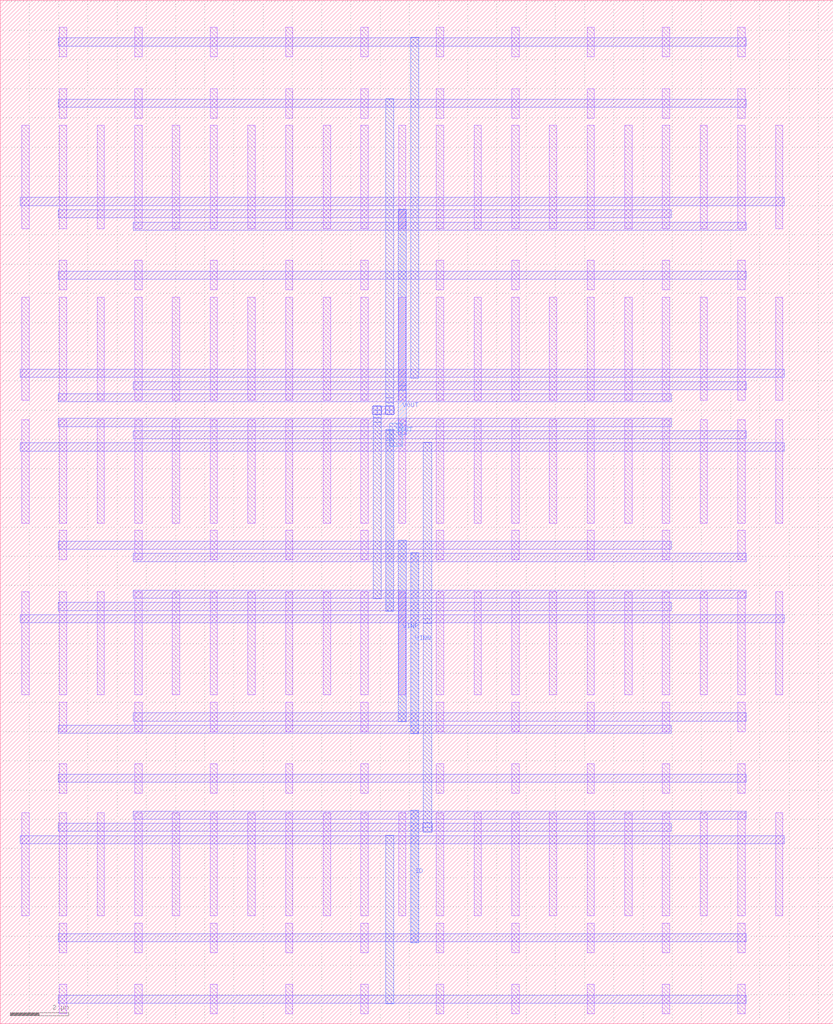
<source format=lef>
MACRO FIVE_TRANSISTOR_OTA
  ORIGIN 0 0 ;
  FOREIGN FIVE_TRANSISTOR_OTA 0 0 ;
  SIZE 28.51 BY 35.03 ;
  PIN ID
    DIRECTION INOUT ;
    USE SIGNAL ;
    PORT 
      LAYER M3 ;
        RECT 14.05 2.78 14.33 7.3 ;
    END
  END ID
  PIN VOUT
    DIRECTION INOUT ;
    USE SIGNAL ;
    PORT 
      LAYER M3 ;
        RECT 13.19 14.12 13.47 20.32 ;
      LAYER M3 ;
        RECT 13.62 21.68 13.9 27.88 ;
      LAYER M3 ;
        RECT 13.19 19.975 13.47 20.345 ;
      LAYER M4 ;
        RECT 13.33 19.76 13.76 20.56 ;
      LAYER M3 ;
        RECT 13.62 20.16 13.9 21.84 ;
    END
  END VOUT
  PIN VINP
    DIRECTION INOUT ;
    USE SIGNAL ;
    PORT 
      LAYER M3 ;
        RECT 13.62 10.34 13.9 16.54 ;
    END
  END VINP
  PIN VINN
    DIRECTION INOUT ;
    USE SIGNAL ;
    PORT 
      LAYER M3 ;
        RECT 14.05 9.92 14.33 16.12 ;
    END
  END VINN
  OBS 
  LAYER M2 ;
        RECT 1.98 6.58 22.96 6.86 ;
  LAYER M3 ;
        RECT 14.48 13.7 14.76 19.9 ;
  LAYER M2 ;
        RECT 14.46 6.58 14.78 6.86 ;
  LAYER M3 ;
        RECT 14.48 6.72 14.76 13.86 ;
  LAYER M2 ;
        RECT 14.46 6.58 14.78 6.86 ;
  LAYER M3 ;
        RECT 14.48 6.56 14.76 6.88 ;
  LAYER M2 ;
        RECT 14.46 6.58 14.78 6.86 ;
  LAYER M3 ;
        RECT 14.48 6.56 14.76 6.88 ;
  LAYER M3 ;
        RECT 12.76 14.54 13.04 20.74 ;
  LAYER M3 ;
        RECT 13.19 21.26 13.47 31.66 ;
  LAYER M3 ;
        RECT 12.76 20.58 13.04 21 ;
  LAYER M2 ;
        RECT 12.9 20.86 13.33 21.14 ;
  LAYER M3 ;
        RECT 13.19 21 13.47 21.42 ;
  LAYER M2 ;
        RECT 12.74 20.86 13.06 21.14 ;
  LAYER M3 ;
        RECT 12.76 20.84 13.04 21.16 ;
  LAYER M2 ;
        RECT 13.17 20.86 13.49 21.14 ;
  LAYER M3 ;
        RECT 13.19 20.84 13.47 21.16 ;
  LAYER M2 ;
        RECT 12.74 20.86 13.06 21.14 ;
  LAYER M3 ;
        RECT 12.76 20.84 13.04 21.16 ;
  LAYER M2 ;
        RECT 13.17 20.86 13.49 21.14 ;
  LAYER M3 ;
        RECT 13.19 20.84 13.47 21.16 ;
  LAYER M1 ;
        RECT 25.245 3.695 25.495 7.225 ;
  LAYER M1 ;
        RECT 25.245 2.435 25.495 3.445 ;
  LAYER M1 ;
        RECT 25.245 0.335 25.495 1.345 ;
  LAYER M1 ;
        RECT 26.535 3.695 26.785 7.225 ;
  LAYER M1 ;
        RECT 23.955 3.695 24.205 7.225 ;
  LAYER M1 ;
        RECT 22.665 3.695 22.915 7.225 ;
  LAYER M1 ;
        RECT 22.665 2.435 22.915 3.445 ;
  LAYER M1 ;
        RECT 22.665 0.335 22.915 1.345 ;
  LAYER M1 ;
        RECT 21.375 3.695 21.625 7.225 ;
  LAYER M1 ;
        RECT 20.085 3.695 20.335 7.225 ;
  LAYER M1 ;
        RECT 20.085 2.435 20.335 3.445 ;
  LAYER M1 ;
        RECT 20.085 0.335 20.335 1.345 ;
  LAYER M1 ;
        RECT 18.795 3.695 19.045 7.225 ;
  LAYER M1 ;
        RECT 17.505 3.695 17.755 7.225 ;
  LAYER M1 ;
        RECT 17.505 2.435 17.755 3.445 ;
  LAYER M1 ;
        RECT 17.505 0.335 17.755 1.345 ;
  LAYER M1 ;
        RECT 16.215 3.695 16.465 7.225 ;
  LAYER M1 ;
        RECT 14.925 3.695 15.175 7.225 ;
  LAYER M1 ;
        RECT 14.925 2.435 15.175 3.445 ;
  LAYER M1 ;
        RECT 14.925 0.335 15.175 1.345 ;
  LAYER M1 ;
        RECT 13.635 3.695 13.885 7.225 ;
  LAYER M1 ;
        RECT 12.345 3.695 12.595 7.225 ;
  LAYER M1 ;
        RECT 12.345 2.435 12.595 3.445 ;
  LAYER M1 ;
        RECT 12.345 0.335 12.595 1.345 ;
  LAYER M1 ;
        RECT 11.055 3.695 11.305 7.225 ;
  LAYER M1 ;
        RECT 9.765 3.695 10.015 7.225 ;
  LAYER M1 ;
        RECT 9.765 2.435 10.015 3.445 ;
  LAYER M1 ;
        RECT 9.765 0.335 10.015 1.345 ;
  LAYER M1 ;
        RECT 8.475 3.695 8.725 7.225 ;
  LAYER M1 ;
        RECT 7.185 3.695 7.435 7.225 ;
  LAYER M1 ;
        RECT 7.185 2.435 7.435 3.445 ;
  LAYER M1 ;
        RECT 7.185 0.335 7.435 1.345 ;
  LAYER M1 ;
        RECT 5.895 3.695 6.145 7.225 ;
  LAYER M1 ;
        RECT 4.605 3.695 4.855 7.225 ;
  LAYER M1 ;
        RECT 4.605 2.435 4.855 3.445 ;
  LAYER M1 ;
        RECT 4.605 0.335 4.855 1.345 ;
  LAYER M1 ;
        RECT 3.315 3.695 3.565 7.225 ;
  LAYER M1 ;
        RECT 2.025 3.695 2.275 7.225 ;
  LAYER M1 ;
        RECT 2.025 2.435 2.275 3.445 ;
  LAYER M1 ;
        RECT 2.025 0.335 2.275 1.345 ;
  LAYER M1 ;
        RECT 0.735 3.695 0.985 7.225 ;
  LAYER M2 ;
        RECT 1.98 2.8 25.54 3.08 ;
  LAYER M2 ;
        RECT 4.56 7 25.54 7.28 ;
  LAYER M2 ;
        RECT 0.69 6.16 26.83 6.44 ;
  LAYER M2 ;
        RECT 1.98 0.7 25.54 0.98 ;
  LAYER M3 ;
        RECT 14.05 2.78 14.33 7.3 ;
  LAYER M2 ;
        RECT 1.98 6.58 22.96 6.86 ;
  LAYER M3 ;
        RECT 13.19 0.68 13.47 6.46 ;
  LAYER M1 ;
        RECT 2.025 21.335 2.275 24.865 ;
  LAYER M1 ;
        RECT 2.025 25.115 2.275 26.125 ;
  LAYER M1 ;
        RECT 2.025 27.215 2.275 30.745 ;
  LAYER M1 ;
        RECT 2.025 30.995 2.275 32.005 ;
  LAYER M1 ;
        RECT 2.025 33.095 2.275 34.105 ;
  LAYER M1 ;
        RECT 0.735 21.335 0.985 24.865 ;
  LAYER M1 ;
        RECT 0.735 27.215 0.985 30.745 ;
  LAYER M1 ;
        RECT 3.315 21.335 3.565 24.865 ;
  LAYER M1 ;
        RECT 3.315 27.215 3.565 30.745 ;
  LAYER M1 ;
        RECT 4.605 21.335 4.855 24.865 ;
  LAYER M1 ;
        RECT 4.605 25.115 4.855 26.125 ;
  LAYER M1 ;
        RECT 4.605 27.215 4.855 30.745 ;
  LAYER M1 ;
        RECT 4.605 30.995 4.855 32.005 ;
  LAYER M1 ;
        RECT 4.605 33.095 4.855 34.105 ;
  LAYER M1 ;
        RECT 5.895 21.335 6.145 24.865 ;
  LAYER M1 ;
        RECT 5.895 27.215 6.145 30.745 ;
  LAYER M1 ;
        RECT 7.185 21.335 7.435 24.865 ;
  LAYER M1 ;
        RECT 7.185 25.115 7.435 26.125 ;
  LAYER M1 ;
        RECT 7.185 27.215 7.435 30.745 ;
  LAYER M1 ;
        RECT 7.185 30.995 7.435 32.005 ;
  LAYER M1 ;
        RECT 7.185 33.095 7.435 34.105 ;
  LAYER M1 ;
        RECT 8.475 21.335 8.725 24.865 ;
  LAYER M1 ;
        RECT 8.475 27.215 8.725 30.745 ;
  LAYER M1 ;
        RECT 9.765 21.335 10.015 24.865 ;
  LAYER M1 ;
        RECT 9.765 25.115 10.015 26.125 ;
  LAYER M1 ;
        RECT 9.765 27.215 10.015 30.745 ;
  LAYER M1 ;
        RECT 9.765 30.995 10.015 32.005 ;
  LAYER M1 ;
        RECT 9.765 33.095 10.015 34.105 ;
  LAYER M1 ;
        RECT 11.055 21.335 11.305 24.865 ;
  LAYER M1 ;
        RECT 11.055 27.215 11.305 30.745 ;
  LAYER M1 ;
        RECT 12.345 21.335 12.595 24.865 ;
  LAYER M1 ;
        RECT 12.345 25.115 12.595 26.125 ;
  LAYER M1 ;
        RECT 12.345 27.215 12.595 30.745 ;
  LAYER M1 ;
        RECT 12.345 30.995 12.595 32.005 ;
  LAYER M1 ;
        RECT 12.345 33.095 12.595 34.105 ;
  LAYER M1 ;
        RECT 13.635 21.335 13.885 24.865 ;
  LAYER M1 ;
        RECT 13.635 27.215 13.885 30.745 ;
  LAYER M1 ;
        RECT 14.925 21.335 15.175 24.865 ;
  LAYER M1 ;
        RECT 14.925 25.115 15.175 26.125 ;
  LAYER M1 ;
        RECT 14.925 27.215 15.175 30.745 ;
  LAYER M1 ;
        RECT 14.925 30.995 15.175 32.005 ;
  LAYER M1 ;
        RECT 14.925 33.095 15.175 34.105 ;
  LAYER M1 ;
        RECT 16.215 21.335 16.465 24.865 ;
  LAYER M1 ;
        RECT 16.215 27.215 16.465 30.745 ;
  LAYER M1 ;
        RECT 17.505 21.335 17.755 24.865 ;
  LAYER M1 ;
        RECT 17.505 25.115 17.755 26.125 ;
  LAYER M1 ;
        RECT 17.505 27.215 17.755 30.745 ;
  LAYER M1 ;
        RECT 17.505 30.995 17.755 32.005 ;
  LAYER M1 ;
        RECT 17.505 33.095 17.755 34.105 ;
  LAYER M1 ;
        RECT 18.795 21.335 19.045 24.865 ;
  LAYER M1 ;
        RECT 18.795 27.215 19.045 30.745 ;
  LAYER M1 ;
        RECT 20.085 21.335 20.335 24.865 ;
  LAYER M1 ;
        RECT 20.085 25.115 20.335 26.125 ;
  LAYER M1 ;
        RECT 20.085 27.215 20.335 30.745 ;
  LAYER M1 ;
        RECT 20.085 30.995 20.335 32.005 ;
  LAYER M1 ;
        RECT 20.085 33.095 20.335 34.105 ;
  LAYER M1 ;
        RECT 21.375 21.335 21.625 24.865 ;
  LAYER M1 ;
        RECT 21.375 27.215 21.625 30.745 ;
  LAYER M1 ;
        RECT 22.665 21.335 22.915 24.865 ;
  LAYER M1 ;
        RECT 22.665 25.115 22.915 26.125 ;
  LAYER M1 ;
        RECT 22.665 27.215 22.915 30.745 ;
  LAYER M1 ;
        RECT 22.665 30.995 22.915 32.005 ;
  LAYER M1 ;
        RECT 22.665 33.095 22.915 34.105 ;
  LAYER M1 ;
        RECT 23.955 21.335 24.205 24.865 ;
  LAYER M1 ;
        RECT 23.955 27.215 24.205 30.745 ;
  LAYER M1 ;
        RECT 25.245 21.335 25.495 24.865 ;
  LAYER M1 ;
        RECT 25.245 25.115 25.495 26.125 ;
  LAYER M1 ;
        RECT 25.245 27.215 25.495 30.745 ;
  LAYER M1 ;
        RECT 25.245 30.995 25.495 32.005 ;
  LAYER M1 ;
        RECT 25.245 33.095 25.495 34.105 ;
  LAYER M1 ;
        RECT 26.535 21.335 26.785 24.865 ;
  LAYER M1 ;
        RECT 26.535 27.215 26.785 30.745 ;
  LAYER M2 ;
        RECT 1.98 25.48 25.54 25.76 ;
  LAYER M2 ;
        RECT 1.98 21.28 22.96 21.56 ;
  LAYER M2 ;
        RECT 4.56 21.7 25.54 21.98 ;
  LAYER M2 ;
        RECT 0.69 22.12 26.83 22.4 ;
  LAYER M2 ;
        RECT 1.98 31.36 25.54 31.64 ;
  LAYER M2 ;
        RECT 4.56 27.16 25.54 27.44 ;
  LAYER M2 ;
        RECT 1.98 27.58 22.96 27.86 ;
  LAYER M2 ;
        RECT 0.69 28 26.83 28.28 ;
  LAYER M2 ;
        RECT 1.98 33.46 25.54 33.74 ;
  LAYER M3 ;
        RECT 13.19 21.26 13.47 31.66 ;
  LAYER M3 ;
        RECT 13.62 21.68 13.9 27.88 ;
  LAYER M3 ;
        RECT 14.05 22.1 14.33 33.76 ;
  LAYER M1 ;
        RECT 2.025 17.135 2.275 20.665 ;
  LAYER M1 ;
        RECT 2.025 15.875 2.275 16.885 ;
  LAYER M1 ;
        RECT 2.025 11.255 2.275 14.785 ;
  LAYER M1 ;
        RECT 2.025 9.995 2.275 11.005 ;
  LAYER M1 ;
        RECT 2.025 7.895 2.275 8.905 ;
  LAYER M1 ;
        RECT 0.735 17.135 0.985 20.665 ;
  LAYER M1 ;
        RECT 0.735 11.255 0.985 14.785 ;
  LAYER M1 ;
        RECT 3.315 17.135 3.565 20.665 ;
  LAYER M1 ;
        RECT 3.315 11.255 3.565 14.785 ;
  LAYER M1 ;
        RECT 4.605 17.135 4.855 20.665 ;
  LAYER M1 ;
        RECT 4.605 15.875 4.855 16.885 ;
  LAYER M1 ;
        RECT 4.605 11.255 4.855 14.785 ;
  LAYER M1 ;
        RECT 4.605 9.995 4.855 11.005 ;
  LAYER M1 ;
        RECT 4.605 7.895 4.855 8.905 ;
  LAYER M1 ;
        RECT 5.895 17.135 6.145 20.665 ;
  LAYER M1 ;
        RECT 5.895 11.255 6.145 14.785 ;
  LAYER M1 ;
        RECT 7.185 17.135 7.435 20.665 ;
  LAYER M1 ;
        RECT 7.185 15.875 7.435 16.885 ;
  LAYER M1 ;
        RECT 7.185 11.255 7.435 14.785 ;
  LAYER M1 ;
        RECT 7.185 9.995 7.435 11.005 ;
  LAYER M1 ;
        RECT 7.185 7.895 7.435 8.905 ;
  LAYER M1 ;
        RECT 8.475 17.135 8.725 20.665 ;
  LAYER M1 ;
        RECT 8.475 11.255 8.725 14.785 ;
  LAYER M1 ;
        RECT 9.765 17.135 10.015 20.665 ;
  LAYER M1 ;
        RECT 9.765 15.875 10.015 16.885 ;
  LAYER M1 ;
        RECT 9.765 11.255 10.015 14.785 ;
  LAYER M1 ;
        RECT 9.765 9.995 10.015 11.005 ;
  LAYER M1 ;
        RECT 9.765 7.895 10.015 8.905 ;
  LAYER M1 ;
        RECT 11.055 17.135 11.305 20.665 ;
  LAYER M1 ;
        RECT 11.055 11.255 11.305 14.785 ;
  LAYER M1 ;
        RECT 12.345 17.135 12.595 20.665 ;
  LAYER M1 ;
        RECT 12.345 15.875 12.595 16.885 ;
  LAYER M1 ;
        RECT 12.345 11.255 12.595 14.785 ;
  LAYER M1 ;
        RECT 12.345 9.995 12.595 11.005 ;
  LAYER M1 ;
        RECT 12.345 7.895 12.595 8.905 ;
  LAYER M1 ;
        RECT 13.635 17.135 13.885 20.665 ;
  LAYER M1 ;
        RECT 13.635 11.255 13.885 14.785 ;
  LAYER M1 ;
        RECT 14.925 17.135 15.175 20.665 ;
  LAYER M1 ;
        RECT 14.925 15.875 15.175 16.885 ;
  LAYER M1 ;
        RECT 14.925 11.255 15.175 14.785 ;
  LAYER M1 ;
        RECT 14.925 9.995 15.175 11.005 ;
  LAYER M1 ;
        RECT 14.925 7.895 15.175 8.905 ;
  LAYER M1 ;
        RECT 16.215 17.135 16.465 20.665 ;
  LAYER M1 ;
        RECT 16.215 11.255 16.465 14.785 ;
  LAYER M1 ;
        RECT 17.505 17.135 17.755 20.665 ;
  LAYER M1 ;
        RECT 17.505 15.875 17.755 16.885 ;
  LAYER M1 ;
        RECT 17.505 11.255 17.755 14.785 ;
  LAYER M1 ;
        RECT 17.505 9.995 17.755 11.005 ;
  LAYER M1 ;
        RECT 17.505 7.895 17.755 8.905 ;
  LAYER M1 ;
        RECT 18.795 17.135 19.045 20.665 ;
  LAYER M1 ;
        RECT 18.795 11.255 19.045 14.785 ;
  LAYER M1 ;
        RECT 20.085 17.135 20.335 20.665 ;
  LAYER M1 ;
        RECT 20.085 15.875 20.335 16.885 ;
  LAYER M1 ;
        RECT 20.085 11.255 20.335 14.785 ;
  LAYER M1 ;
        RECT 20.085 9.995 20.335 11.005 ;
  LAYER M1 ;
        RECT 20.085 7.895 20.335 8.905 ;
  LAYER M1 ;
        RECT 21.375 17.135 21.625 20.665 ;
  LAYER M1 ;
        RECT 21.375 11.255 21.625 14.785 ;
  LAYER M1 ;
        RECT 22.665 17.135 22.915 20.665 ;
  LAYER M1 ;
        RECT 22.665 15.875 22.915 16.885 ;
  LAYER M1 ;
        RECT 22.665 11.255 22.915 14.785 ;
  LAYER M1 ;
        RECT 22.665 9.995 22.915 11.005 ;
  LAYER M1 ;
        RECT 22.665 7.895 22.915 8.905 ;
  LAYER M1 ;
        RECT 23.955 17.135 24.205 20.665 ;
  LAYER M1 ;
        RECT 23.955 11.255 24.205 14.785 ;
  LAYER M1 ;
        RECT 25.245 17.135 25.495 20.665 ;
  LAYER M1 ;
        RECT 25.245 15.875 25.495 16.885 ;
  LAYER M1 ;
        RECT 25.245 11.255 25.495 14.785 ;
  LAYER M1 ;
        RECT 25.245 9.995 25.495 11.005 ;
  LAYER M1 ;
        RECT 25.245 7.895 25.495 8.905 ;
  LAYER M1 ;
        RECT 26.535 17.135 26.785 20.665 ;
  LAYER M1 ;
        RECT 26.535 11.255 26.785 14.785 ;
  LAYER M2 ;
        RECT 1.98 20.44 22.96 20.72 ;
  LAYER M2 ;
        RECT 4.56 20.02 25.54 20.3 ;
  LAYER M2 ;
        RECT 1.98 16.24 22.96 16.52 ;
  LAYER M2 ;
        RECT 4.56 15.82 25.54 16.1 ;
  LAYER M2 ;
        RECT 0.69 19.6 26.83 19.88 ;
  LAYER M2 ;
        RECT 4.56 14.56 25.54 14.84 ;
  LAYER M2 ;
        RECT 1.98 14.14 22.96 14.42 ;
  LAYER M2 ;
        RECT 4.56 10.36 25.54 10.64 ;
  LAYER M2 ;
        RECT 1.98 9.94 22.96 10.22 ;
  LAYER M2 ;
        RECT 0.69 13.72 26.83 14 ;
  LAYER M2 ;
        RECT 1.98 8.26 25.54 8.54 ;
  LAYER M3 ;
        RECT 12.76 14.54 13.04 20.74 ;
  LAYER M3 ;
        RECT 13.19 14.12 13.47 20.32 ;
  LAYER M3 ;
        RECT 13.62 10.34 13.9 16.54 ;
  LAYER M3 ;
        RECT 14.05 9.92 14.33 16.12 ;
  LAYER M3 ;
        RECT 14.48 13.7 14.76 19.9 ;
  END 
END FIVE_TRANSISTOR_OTA

</source>
